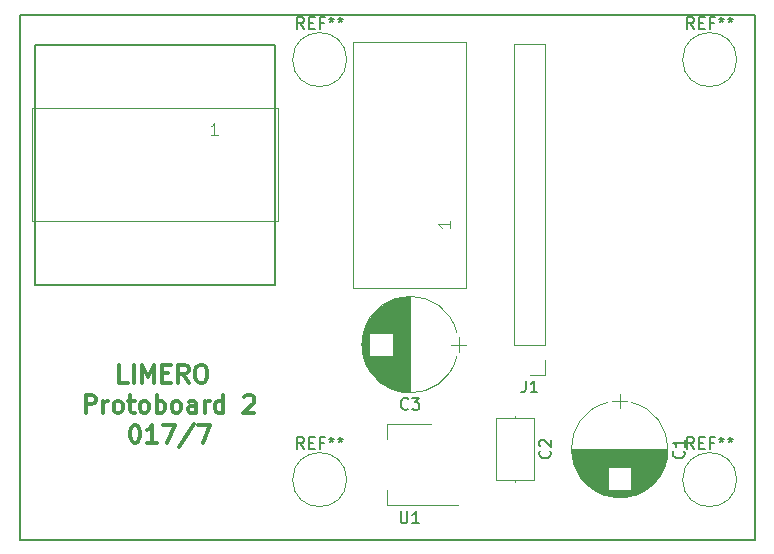
<source format=gto>
G04 #@! TF.FileFunction,Legend,Top*
%FSLAX46Y46*%
G04 Gerber Fmt 4.6, Leading zero omitted, Abs format (unit mm)*
G04 Created by KiCad (PCBNEW 4.0.7-e0-6372~58~ubuntu16.10.1) date Fri Jul 21 11:45:41 2017*
%MOMM*%
%LPD*%
G01*
G04 APERTURE LIST*
%ADD10C,0.100000*%
%ADD11C,0.300000*%
%ADD12C,0.200000*%
%ADD13C,0.120000*%
%ADD14C,0.150000*%
G04 APERTURE END LIST*
D10*
D11*
X153944286Y-109888571D02*
X153230000Y-109888571D01*
X153230000Y-108388571D01*
X154444286Y-109888571D02*
X154444286Y-108388571D01*
X155158572Y-109888571D02*
X155158572Y-108388571D01*
X155658572Y-109460000D01*
X156158572Y-108388571D01*
X156158572Y-109888571D01*
X156872858Y-109102857D02*
X157372858Y-109102857D01*
X157587144Y-109888571D02*
X156872858Y-109888571D01*
X156872858Y-108388571D01*
X157587144Y-108388571D01*
X159087144Y-109888571D02*
X158587144Y-109174286D01*
X158230001Y-109888571D02*
X158230001Y-108388571D01*
X158801429Y-108388571D01*
X158944287Y-108460000D01*
X159015715Y-108531429D01*
X159087144Y-108674286D01*
X159087144Y-108888571D01*
X159015715Y-109031429D01*
X158944287Y-109102857D01*
X158801429Y-109174286D01*
X158230001Y-109174286D01*
X160015715Y-108388571D02*
X160301429Y-108388571D01*
X160444287Y-108460000D01*
X160587144Y-108602857D01*
X160658572Y-108888571D01*
X160658572Y-109388571D01*
X160587144Y-109674286D01*
X160444287Y-109817143D01*
X160301429Y-109888571D01*
X160015715Y-109888571D01*
X159872858Y-109817143D01*
X159730001Y-109674286D01*
X159658572Y-109388571D01*
X159658572Y-108888571D01*
X159730001Y-108602857D01*
X159872858Y-108460000D01*
X160015715Y-108388571D01*
X150372858Y-112438571D02*
X150372858Y-110938571D01*
X150944286Y-110938571D01*
X151087144Y-111010000D01*
X151158572Y-111081429D01*
X151230001Y-111224286D01*
X151230001Y-111438571D01*
X151158572Y-111581429D01*
X151087144Y-111652857D01*
X150944286Y-111724286D01*
X150372858Y-111724286D01*
X151872858Y-112438571D02*
X151872858Y-111438571D01*
X151872858Y-111724286D02*
X151944286Y-111581429D01*
X152015715Y-111510000D01*
X152158572Y-111438571D01*
X152301429Y-111438571D01*
X153015715Y-112438571D02*
X152872857Y-112367143D01*
X152801429Y-112295714D01*
X152730000Y-112152857D01*
X152730000Y-111724286D01*
X152801429Y-111581429D01*
X152872857Y-111510000D01*
X153015715Y-111438571D01*
X153230000Y-111438571D01*
X153372857Y-111510000D01*
X153444286Y-111581429D01*
X153515715Y-111724286D01*
X153515715Y-112152857D01*
X153444286Y-112295714D01*
X153372857Y-112367143D01*
X153230000Y-112438571D01*
X153015715Y-112438571D01*
X153944286Y-111438571D02*
X154515715Y-111438571D01*
X154158572Y-110938571D02*
X154158572Y-112224286D01*
X154230000Y-112367143D01*
X154372858Y-112438571D01*
X154515715Y-112438571D01*
X155230001Y-112438571D02*
X155087143Y-112367143D01*
X155015715Y-112295714D01*
X154944286Y-112152857D01*
X154944286Y-111724286D01*
X155015715Y-111581429D01*
X155087143Y-111510000D01*
X155230001Y-111438571D01*
X155444286Y-111438571D01*
X155587143Y-111510000D01*
X155658572Y-111581429D01*
X155730001Y-111724286D01*
X155730001Y-112152857D01*
X155658572Y-112295714D01*
X155587143Y-112367143D01*
X155444286Y-112438571D01*
X155230001Y-112438571D01*
X156372858Y-112438571D02*
X156372858Y-110938571D01*
X156372858Y-111510000D02*
X156515715Y-111438571D01*
X156801429Y-111438571D01*
X156944286Y-111510000D01*
X157015715Y-111581429D01*
X157087144Y-111724286D01*
X157087144Y-112152857D01*
X157015715Y-112295714D01*
X156944286Y-112367143D01*
X156801429Y-112438571D01*
X156515715Y-112438571D01*
X156372858Y-112367143D01*
X157944287Y-112438571D02*
X157801429Y-112367143D01*
X157730001Y-112295714D01*
X157658572Y-112152857D01*
X157658572Y-111724286D01*
X157730001Y-111581429D01*
X157801429Y-111510000D01*
X157944287Y-111438571D01*
X158158572Y-111438571D01*
X158301429Y-111510000D01*
X158372858Y-111581429D01*
X158444287Y-111724286D01*
X158444287Y-112152857D01*
X158372858Y-112295714D01*
X158301429Y-112367143D01*
X158158572Y-112438571D01*
X157944287Y-112438571D01*
X159730001Y-112438571D02*
X159730001Y-111652857D01*
X159658572Y-111510000D01*
X159515715Y-111438571D01*
X159230001Y-111438571D01*
X159087144Y-111510000D01*
X159730001Y-112367143D02*
X159587144Y-112438571D01*
X159230001Y-112438571D01*
X159087144Y-112367143D01*
X159015715Y-112224286D01*
X159015715Y-112081429D01*
X159087144Y-111938571D01*
X159230001Y-111867143D01*
X159587144Y-111867143D01*
X159730001Y-111795714D01*
X160444287Y-112438571D02*
X160444287Y-111438571D01*
X160444287Y-111724286D02*
X160515715Y-111581429D01*
X160587144Y-111510000D01*
X160730001Y-111438571D01*
X160872858Y-111438571D01*
X162015715Y-112438571D02*
X162015715Y-110938571D01*
X162015715Y-112367143D02*
X161872858Y-112438571D01*
X161587144Y-112438571D01*
X161444286Y-112367143D01*
X161372858Y-112295714D01*
X161301429Y-112152857D01*
X161301429Y-111724286D01*
X161372858Y-111581429D01*
X161444286Y-111510000D01*
X161587144Y-111438571D01*
X161872858Y-111438571D01*
X162015715Y-111510000D01*
X163801429Y-111081429D02*
X163872858Y-111010000D01*
X164015715Y-110938571D01*
X164372858Y-110938571D01*
X164515715Y-111010000D01*
X164587144Y-111081429D01*
X164658572Y-111224286D01*
X164658572Y-111367143D01*
X164587144Y-111581429D01*
X163730001Y-112438571D01*
X164658572Y-112438571D01*
X154480001Y-113488571D02*
X154622858Y-113488571D01*
X154765715Y-113560000D01*
X154837144Y-113631429D01*
X154908573Y-113774286D01*
X154980001Y-114060000D01*
X154980001Y-114417143D01*
X154908573Y-114702857D01*
X154837144Y-114845714D01*
X154765715Y-114917143D01*
X154622858Y-114988571D01*
X154480001Y-114988571D01*
X154337144Y-114917143D01*
X154265715Y-114845714D01*
X154194287Y-114702857D01*
X154122858Y-114417143D01*
X154122858Y-114060000D01*
X154194287Y-113774286D01*
X154265715Y-113631429D01*
X154337144Y-113560000D01*
X154480001Y-113488571D01*
X156408572Y-114988571D02*
X155551429Y-114988571D01*
X155980001Y-114988571D02*
X155980001Y-113488571D01*
X155837144Y-113702857D01*
X155694286Y-113845714D01*
X155551429Y-113917143D01*
X156908572Y-113488571D02*
X157908572Y-113488571D01*
X157265715Y-114988571D01*
X159551428Y-113417143D02*
X158265714Y-115345714D01*
X159908572Y-113488571D02*
X160908572Y-113488571D01*
X160265715Y-114988571D01*
D12*
X207010000Y-123190000D02*
X207010000Y-78740000D01*
X144780000Y-123190000D02*
X207010000Y-123190000D01*
X144780000Y-78740000D02*
X144780000Y-123190000D01*
X207010000Y-78740000D02*
X144780000Y-78740000D01*
D13*
X172466000Y-118110000D02*
G75*
G03X172466000Y-118110000I-2286000J0D01*
G01*
X172466000Y-82550000D02*
G75*
G03X172466000Y-82550000I-2286000J0D01*
G01*
X205486000Y-82550000D02*
G75*
G03X205486000Y-82550000I-2286000J0D01*
G01*
X188300000Y-112900000D02*
X185080000Y-112900000D01*
X185080000Y-112900000D02*
X185080000Y-118120000D01*
X185080000Y-118120000D02*
X188300000Y-118120000D01*
X188300000Y-118120000D02*
X188300000Y-112900000D01*
X186690000Y-112740000D02*
X186690000Y-112900000D01*
X186690000Y-118280000D02*
X186690000Y-118120000D01*
X173000000Y-101850000D02*
X173000000Y-81030000D01*
X173000000Y-81030000D02*
X182600000Y-81030000D01*
X182600000Y-81030000D02*
X182600000Y-101850000D01*
X182600000Y-101850000D02*
X173000000Y-101850000D01*
D14*
X166370000Y-101600000D02*
X166370000Y-81280000D01*
X166370000Y-81280000D02*
X146050000Y-81280000D01*
X146050000Y-81280000D02*
X146050000Y-101600000D01*
X146050000Y-101600000D02*
X166370000Y-101600000D01*
D13*
X166620000Y-96240000D02*
X145800000Y-96240000D01*
X145800000Y-96240000D02*
X145800000Y-86640000D01*
X145800000Y-86640000D02*
X166620000Y-86640000D01*
X166620000Y-86640000D02*
X166620000Y-96240000D01*
X189290000Y-81220000D02*
X186630000Y-81220000D01*
X189290000Y-106680000D02*
X189290000Y-81220000D01*
X186630000Y-106680000D02*
X186630000Y-81220000D01*
X189290000Y-106680000D02*
X186630000Y-106680000D01*
X189290000Y-107950000D02*
X189290000Y-109280000D01*
X189290000Y-109280000D02*
X187960000Y-109280000D01*
X175890000Y-113430000D02*
X175890000Y-114690000D01*
X175890000Y-120250000D02*
X175890000Y-118990000D01*
X179650000Y-113430000D02*
X175890000Y-113430000D01*
X181900000Y-120250000D02*
X175890000Y-120250000D01*
X177840000Y-110730000D02*
X177840000Y-102630000D01*
X177800000Y-110730000D02*
X177800000Y-102630000D01*
X177760000Y-110730000D02*
X177760000Y-102630000D01*
X177720000Y-110729000D02*
X177720000Y-102631000D01*
X177680000Y-110727000D02*
X177680000Y-102633000D01*
X177640000Y-110726000D02*
X177640000Y-102634000D01*
X177600000Y-110723000D02*
X177600000Y-102637000D01*
X177560000Y-110721000D02*
X177560000Y-102639000D01*
X177520000Y-110718000D02*
X177520000Y-102642000D01*
X177480000Y-110715000D02*
X177480000Y-102645000D01*
X177440000Y-110711000D02*
X177440000Y-102649000D01*
X177400000Y-110707000D02*
X177400000Y-102653000D01*
X177360000Y-110702000D02*
X177360000Y-102658000D01*
X177320000Y-110697000D02*
X177320000Y-102663000D01*
X177280000Y-110692000D02*
X177280000Y-102668000D01*
X177240000Y-110686000D02*
X177240000Y-102674000D01*
X177200000Y-110680000D02*
X177200000Y-102680000D01*
X177160000Y-110674000D02*
X177160000Y-102686000D01*
X177119000Y-110667000D02*
X177119000Y-102693000D01*
X177079000Y-110659000D02*
X177079000Y-102701000D01*
X177039000Y-110651000D02*
X177039000Y-102709000D01*
X176999000Y-110643000D02*
X176999000Y-102717000D01*
X176959000Y-110635000D02*
X176959000Y-102725000D01*
X176919000Y-110626000D02*
X176919000Y-102734000D01*
X176879000Y-110616000D02*
X176879000Y-102744000D01*
X176839000Y-110606000D02*
X176839000Y-102754000D01*
X176799000Y-110596000D02*
X176799000Y-102764000D01*
X176759000Y-110585000D02*
X176759000Y-102775000D01*
X176719000Y-110574000D02*
X176719000Y-102786000D01*
X176679000Y-110563000D02*
X176679000Y-102797000D01*
X176639000Y-110550000D02*
X176639000Y-102810000D01*
X176599000Y-110538000D02*
X176599000Y-102822000D01*
X176559000Y-110525000D02*
X176559000Y-102835000D01*
X176519000Y-110512000D02*
X176519000Y-102848000D01*
X176479000Y-110498000D02*
X176479000Y-102862000D01*
X176439000Y-110483000D02*
X176439000Y-102877000D01*
X176399000Y-110469000D02*
X176399000Y-102891000D01*
X176359000Y-110453000D02*
X176359000Y-102907000D01*
X176319000Y-110438000D02*
X176319000Y-107660000D01*
X176319000Y-105700000D02*
X176319000Y-102922000D01*
X176279000Y-110421000D02*
X176279000Y-107660000D01*
X176279000Y-105700000D02*
X176279000Y-102939000D01*
X176239000Y-110405000D02*
X176239000Y-107660000D01*
X176239000Y-105700000D02*
X176239000Y-102955000D01*
X176199000Y-110387000D02*
X176199000Y-107660000D01*
X176199000Y-105700000D02*
X176199000Y-102973000D01*
X176159000Y-110370000D02*
X176159000Y-107660000D01*
X176159000Y-105700000D02*
X176159000Y-102990000D01*
X176119000Y-110351000D02*
X176119000Y-107660000D01*
X176119000Y-105700000D02*
X176119000Y-103009000D01*
X176079000Y-110332000D02*
X176079000Y-107660000D01*
X176079000Y-105700000D02*
X176079000Y-103028000D01*
X176039000Y-110313000D02*
X176039000Y-107660000D01*
X176039000Y-105700000D02*
X176039000Y-103047000D01*
X175999000Y-110293000D02*
X175999000Y-107660000D01*
X175999000Y-105700000D02*
X175999000Y-103067000D01*
X175959000Y-110273000D02*
X175959000Y-107660000D01*
X175959000Y-105700000D02*
X175959000Y-103087000D01*
X175919000Y-110252000D02*
X175919000Y-107660000D01*
X175919000Y-105700000D02*
X175919000Y-103108000D01*
X175879000Y-110230000D02*
X175879000Y-107660000D01*
X175879000Y-105700000D02*
X175879000Y-103130000D01*
X175839000Y-110208000D02*
X175839000Y-107660000D01*
X175839000Y-105700000D02*
X175839000Y-103152000D01*
X175799000Y-110185000D02*
X175799000Y-107660000D01*
X175799000Y-105700000D02*
X175799000Y-103175000D01*
X175759000Y-110162000D02*
X175759000Y-107660000D01*
X175759000Y-105700000D02*
X175759000Y-103198000D01*
X175719000Y-110138000D02*
X175719000Y-107660000D01*
X175719000Y-105700000D02*
X175719000Y-103222000D01*
X175679000Y-110114000D02*
X175679000Y-107660000D01*
X175679000Y-105700000D02*
X175679000Y-103246000D01*
X175639000Y-110088000D02*
X175639000Y-107660000D01*
X175639000Y-105700000D02*
X175639000Y-103272000D01*
X175599000Y-110063000D02*
X175599000Y-107660000D01*
X175599000Y-105700000D02*
X175599000Y-103297000D01*
X175559000Y-110036000D02*
X175559000Y-107660000D01*
X175559000Y-105700000D02*
X175559000Y-103324000D01*
X175519000Y-110009000D02*
X175519000Y-107660000D01*
X175519000Y-105700000D02*
X175519000Y-103351000D01*
X175479000Y-109981000D02*
X175479000Y-107660000D01*
X175479000Y-105700000D02*
X175479000Y-103379000D01*
X175439000Y-109952000D02*
X175439000Y-107660000D01*
X175439000Y-105700000D02*
X175439000Y-103408000D01*
X175399000Y-109923000D02*
X175399000Y-107660000D01*
X175399000Y-105700000D02*
X175399000Y-103437000D01*
X175359000Y-109893000D02*
X175359000Y-107660000D01*
X175359000Y-105700000D02*
X175359000Y-103467000D01*
X175319000Y-109862000D02*
X175319000Y-107660000D01*
X175319000Y-105700000D02*
X175319000Y-103498000D01*
X175279000Y-109830000D02*
X175279000Y-107660000D01*
X175279000Y-105700000D02*
X175279000Y-103530000D01*
X175239000Y-109798000D02*
X175239000Y-107660000D01*
X175239000Y-105700000D02*
X175239000Y-103562000D01*
X175199000Y-109764000D02*
X175199000Y-107660000D01*
X175199000Y-105700000D02*
X175199000Y-103596000D01*
X175159000Y-109730000D02*
X175159000Y-107660000D01*
X175159000Y-105700000D02*
X175159000Y-103630000D01*
X175119000Y-109695000D02*
X175119000Y-107660000D01*
X175119000Y-105700000D02*
X175119000Y-103665000D01*
X175079000Y-109659000D02*
X175079000Y-107660000D01*
X175079000Y-105700000D02*
X175079000Y-103701000D01*
X175039000Y-109622000D02*
X175039000Y-107660000D01*
X175039000Y-105700000D02*
X175039000Y-103738000D01*
X174999000Y-109584000D02*
X174999000Y-107660000D01*
X174999000Y-105700000D02*
X174999000Y-103776000D01*
X174959000Y-109545000D02*
X174959000Y-107660000D01*
X174959000Y-105700000D02*
X174959000Y-103815000D01*
X174919000Y-109504000D02*
X174919000Y-107660000D01*
X174919000Y-105700000D02*
X174919000Y-103856000D01*
X174879000Y-109463000D02*
X174879000Y-107660000D01*
X174879000Y-105700000D02*
X174879000Y-103897000D01*
X174839000Y-109420000D02*
X174839000Y-107660000D01*
X174839000Y-105700000D02*
X174839000Y-103940000D01*
X174799000Y-109377000D02*
X174799000Y-107660000D01*
X174799000Y-105700000D02*
X174799000Y-103983000D01*
X174759000Y-109332000D02*
X174759000Y-107660000D01*
X174759000Y-105700000D02*
X174759000Y-104028000D01*
X174719000Y-109285000D02*
X174719000Y-107660000D01*
X174719000Y-105700000D02*
X174719000Y-104075000D01*
X174679000Y-109237000D02*
X174679000Y-107660000D01*
X174679000Y-105700000D02*
X174679000Y-104123000D01*
X174639000Y-109188000D02*
X174639000Y-107660000D01*
X174639000Y-105700000D02*
X174639000Y-104172000D01*
X174599000Y-109137000D02*
X174599000Y-107660000D01*
X174599000Y-105700000D02*
X174599000Y-104223000D01*
X174559000Y-109084000D02*
X174559000Y-107660000D01*
X174559000Y-105700000D02*
X174559000Y-104276000D01*
X174519000Y-109029000D02*
X174519000Y-107660000D01*
X174519000Y-105700000D02*
X174519000Y-104331000D01*
X174479000Y-108973000D02*
X174479000Y-107660000D01*
X174479000Y-105700000D02*
X174479000Y-104387000D01*
X174439000Y-108914000D02*
X174439000Y-107660000D01*
X174439000Y-105700000D02*
X174439000Y-104446000D01*
X174399000Y-108853000D02*
X174399000Y-107660000D01*
X174399000Y-105700000D02*
X174399000Y-104507000D01*
X174359000Y-108789000D02*
X174359000Y-104571000D01*
X174319000Y-108723000D02*
X174319000Y-104637000D01*
X174279000Y-108654000D02*
X174279000Y-104706000D01*
X174239000Y-108582000D02*
X174239000Y-104778000D01*
X174199000Y-108506000D02*
X174199000Y-104854000D01*
X174159000Y-108425000D02*
X174159000Y-104935000D01*
X174119000Y-108340000D02*
X174119000Y-105020000D01*
X174079000Y-108250000D02*
X174079000Y-105110000D01*
X174039000Y-108153000D02*
X174039000Y-105207000D01*
X173999000Y-108049000D02*
X173999000Y-105311000D01*
X173959000Y-107934000D02*
X173959000Y-105426000D01*
X173919000Y-107807000D02*
X173919000Y-105553000D01*
X173879000Y-107663000D02*
X173879000Y-105697000D01*
X173839000Y-107494000D02*
X173839000Y-105866000D01*
X173799000Y-107278000D02*
X173799000Y-106082000D01*
X173759000Y-106926000D02*
X173759000Y-106434000D01*
X182540000Y-106680000D02*
X181340000Y-106680000D01*
X181940000Y-107330000D02*
X181940000Y-106030000D01*
X173868684Y-107658135D02*
G75*
G03X181810856Y-107660000I3971316J978135D01*
G01*
X173868684Y-105701865D02*
G75*
G02X181810856Y-105700000I3971316J-978135D01*
G01*
X173868684Y-105701865D02*
G75*
G03X173869144Y-107660000I3971316J-978135D01*
G01*
X199630000Y-115530000D02*
X191530000Y-115530000D01*
X199630000Y-115570000D02*
X191530000Y-115570000D01*
X199630000Y-115610000D02*
X191530000Y-115610000D01*
X199629000Y-115650000D02*
X191531000Y-115650000D01*
X199627000Y-115690000D02*
X191533000Y-115690000D01*
X199626000Y-115730000D02*
X191534000Y-115730000D01*
X199623000Y-115770000D02*
X191537000Y-115770000D01*
X199621000Y-115810000D02*
X191539000Y-115810000D01*
X199618000Y-115850000D02*
X191542000Y-115850000D01*
X199615000Y-115890000D02*
X191545000Y-115890000D01*
X199611000Y-115930000D02*
X191549000Y-115930000D01*
X199607000Y-115970000D02*
X191553000Y-115970000D01*
X199602000Y-116010000D02*
X191558000Y-116010000D01*
X199597000Y-116050000D02*
X191563000Y-116050000D01*
X199592000Y-116090000D02*
X191568000Y-116090000D01*
X199586000Y-116130000D02*
X191574000Y-116130000D01*
X199580000Y-116170000D02*
X191580000Y-116170000D01*
X199574000Y-116210000D02*
X191586000Y-116210000D01*
X199567000Y-116251000D02*
X191593000Y-116251000D01*
X199559000Y-116291000D02*
X191601000Y-116291000D01*
X199551000Y-116331000D02*
X191609000Y-116331000D01*
X199543000Y-116371000D02*
X191617000Y-116371000D01*
X199535000Y-116411000D02*
X191625000Y-116411000D01*
X199526000Y-116451000D02*
X191634000Y-116451000D01*
X199516000Y-116491000D02*
X191644000Y-116491000D01*
X199506000Y-116531000D02*
X191654000Y-116531000D01*
X199496000Y-116571000D02*
X191664000Y-116571000D01*
X199485000Y-116611000D02*
X191675000Y-116611000D01*
X199474000Y-116651000D02*
X191686000Y-116651000D01*
X199463000Y-116691000D02*
X191697000Y-116691000D01*
X199450000Y-116731000D02*
X191710000Y-116731000D01*
X199438000Y-116771000D02*
X191722000Y-116771000D01*
X199425000Y-116811000D02*
X191735000Y-116811000D01*
X199412000Y-116851000D02*
X191748000Y-116851000D01*
X199398000Y-116891000D02*
X191762000Y-116891000D01*
X199383000Y-116931000D02*
X191777000Y-116931000D01*
X199369000Y-116971000D02*
X191791000Y-116971000D01*
X199353000Y-117011000D02*
X191807000Y-117011000D01*
X199338000Y-117051000D02*
X196560000Y-117051000D01*
X194600000Y-117051000D02*
X191822000Y-117051000D01*
X199321000Y-117091000D02*
X196560000Y-117091000D01*
X194600000Y-117091000D02*
X191839000Y-117091000D01*
X199305000Y-117131000D02*
X196560000Y-117131000D01*
X194600000Y-117131000D02*
X191855000Y-117131000D01*
X199287000Y-117171000D02*
X196560000Y-117171000D01*
X194600000Y-117171000D02*
X191873000Y-117171000D01*
X199270000Y-117211000D02*
X196560000Y-117211000D01*
X194600000Y-117211000D02*
X191890000Y-117211000D01*
X199251000Y-117251000D02*
X196560000Y-117251000D01*
X194600000Y-117251000D02*
X191909000Y-117251000D01*
X199232000Y-117291000D02*
X196560000Y-117291000D01*
X194600000Y-117291000D02*
X191928000Y-117291000D01*
X199213000Y-117331000D02*
X196560000Y-117331000D01*
X194600000Y-117331000D02*
X191947000Y-117331000D01*
X199193000Y-117371000D02*
X196560000Y-117371000D01*
X194600000Y-117371000D02*
X191967000Y-117371000D01*
X199173000Y-117411000D02*
X196560000Y-117411000D01*
X194600000Y-117411000D02*
X191987000Y-117411000D01*
X199152000Y-117451000D02*
X196560000Y-117451000D01*
X194600000Y-117451000D02*
X192008000Y-117451000D01*
X199130000Y-117491000D02*
X196560000Y-117491000D01*
X194600000Y-117491000D02*
X192030000Y-117491000D01*
X199108000Y-117531000D02*
X196560000Y-117531000D01*
X194600000Y-117531000D02*
X192052000Y-117531000D01*
X199085000Y-117571000D02*
X196560000Y-117571000D01*
X194600000Y-117571000D02*
X192075000Y-117571000D01*
X199062000Y-117611000D02*
X196560000Y-117611000D01*
X194600000Y-117611000D02*
X192098000Y-117611000D01*
X199038000Y-117651000D02*
X196560000Y-117651000D01*
X194600000Y-117651000D02*
X192122000Y-117651000D01*
X199014000Y-117691000D02*
X196560000Y-117691000D01*
X194600000Y-117691000D02*
X192146000Y-117691000D01*
X198988000Y-117731000D02*
X196560000Y-117731000D01*
X194600000Y-117731000D02*
X192172000Y-117731000D01*
X198963000Y-117771000D02*
X196560000Y-117771000D01*
X194600000Y-117771000D02*
X192197000Y-117771000D01*
X198936000Y-117811000D02*
X196560000Y-117811000D01*
X194600000Y-117811000D02*
X192224000Y-117811000D01*
X198909000Y-117851000D02*
X196560000Y-117851000D01*
X194600000Y-117851000D02*
X192251000Y-117851000D01*
X198881000Y-117891000D02*
X196560000Y-117891000D01*
X194600000Y-117891000D02*
X192279000Y-117891000D01*
X198852000Y-117931000D02*
X196560000Y-117931000D01*
X194600000Y-117931000D02*
X192308000Y-117931000D01*
X198823000Y-117971000D02*
X196560000Y-117971000D01*
X194600000Y-117971000D02*
X192337000Y-117971000D01*
X198793000Y-118011000D02*
X196560000Y-118011000D01*
X194600000Y-118011000D02*
X192367000Y-118011000D01*
X198762000Y-118051000D02*
X196560000Y-118051000D01*
X194600000Y-118051000D02*
X192398000Y-118051000D01*
X198730000Y-118091000D02*
X196560000Y-118091000D01*
X194600000Y-118091000D02*
X192430000Y-118091000D01*
X198698000Y-118131000D02*
X196560000Y-118131000D01*
X194600000Y-118131000D02*
X192462000Y-118131000D01*
X198664000Y-118171000D02*
X196560000Y-118171000D01*
X194600000Y-118171000D02*
X192496000Y-118171000D01*
X198630000Y-118211000D02*
X196560000Y-118211000D01*
X194600000Y-118211000D02*
X192530000Y-118211000D01*
X198595000Y-118251000D02*
X196560000Y-118251000D01*
X194600000Y-118251000D02*
X192565000Y-118251000D01*
X198559000Y-118291000D02*
X196560000Y-118291000D01*
X194600000Y-118291000D02*
X192601000Y-118291000D01*
X198522000Y-118331000D02*
X196560000Y-118331000D01*
X194600000Y-118331000D02*
X192638000Y-118331000D01*
X198484000Y-118371000D02*
X196560000Y-118371000D01*
X194600000Y-118371000D02*
X192676000Y-118371000D01*
X198445000Y-118411000D02*
X196560000Y-118411000D01*
X194600000Y-118411000D02*
X192715000Y-118411000D01*
X198404000Y-118451000D02*
X196560000Y-118451000D01*
X194600000Y-118451000D02*
X192756000Y-118451000D01*
X198363000Y-118491000D02*
X196560000Y-118491000D01*
X194600000Y-118491000D02*
X192797000Y-118491000D01*
X198320000Y-118531000D02*
X196560000Y-118531000D01*
X194600000Y-118531000D02*
X192840000Y-118531000D01*
X198277000Y-118571000D02*
X196560000Y-118571000D01*
X194600000Y-118571000D02*
X192883000Y-118571000D01*
X198232000Y-118611000D02*
X196560000Y-118611000D01*
X194600000Y-118611000D02*
X192928000Y-118611000D01*
X198185000Y-118651000D02*
X196560000Y-118651000D01*
X194600000Y-118651000D02*
X192975000Y-118651000D01*
X198137000Y-118691000D02*
X196560000Y-118691000D01*
X194600000Y-118691000D02*
X193023000Y-118691000D01*
X198088000Y-118731000D02*
X196560000Y-118731000D01*
X194600000Y-118731000D02*
X193072000Y-118731000D01*
X198037000Y-118771000D02*
X196560000Y-118771000D01*
X194600000Y-118771000D02*
X193123000Y-118771000D01*
X197984000Y-118811000D02*
X196560000Y-118811000D01*
X194600000Y-118811000D02*
X193176000Y-118811000D01*
X197929000Y-118851000D02*
X196560000Y-118851000D01*
X194600000Y-118851000D02*
X193231000Y-118851000D01*
X197873000Y-118891000D02*
X196560000Y-118891000D01*
X194600000Y-118891000D02*
X193287000Y-118891000D01*
X197814000Y-118931000D02*
X196560000Y-118931000D01*
X194600000Y-118931000D02*
X193346000Y-118931000D01*
X197753000Y-118971000D02*
X196560000Y-118971000D01*
X194600000Y-118971000D02*
X193407000Y-118971000D01*
X197689000Y-119011000D02*
X193471000Y-119011000D01*
X197623000Y-119051000D02*
X193537000Y-119051000D01*
X197554000Y-119091000D02*
X193606000Y-119091000D01*
X197482000Y-119131000D02*
X193678000Y-119131000D01*
X197406000Y-119171000D02*
X193754000Y-119171000D01*
X197325000Y-119211000D02*
X193835000Y-119211000D01*
X197240000Y-119251000D02*
X193920000Y-119251000D01*
X197150000Y-119291000D02*
X194010000Y-119291000D01*
X197053000Y-119331000D02*
X194107000Y-119331000D01*
X196949000Y-119371000D02*
X194211000Y-119371000D01*
X196834000Y-119411000D02*
X194326000Y-119411000D01*
X196707000Y-119451000D02*
X194453000Y-119451000D01*
X196563000Y-119491000D02*
X194597000Y-119491000D01*
X196394000Y-119531000D02*
X194766000Y-119531000D01*
X196178000Y-119571000D02*
X194982000Y-119571000D01*
X195826000Y-119611000D02*
X195334000Y-119611000D01*
X195580000Y-110830000D02*
X195580000Y-112030000D01*
X196230000Y-111430000D02*
X194930000Y-111430000D01*
X196558135Y-119501316D02*
G75*
G03X196560000Y-111559144I-978135J3971316D01*
G01*
X194601865Y-119501316D02*
G75*
G02X194600000Y-111559144I978135J3971316D01*
G01*
X194601865Y-119501316D02*
G75*
G03X196560000Y-119500856I978135J3971316D01*
G01*
X205486000Y-118110000D02*
G75*
G03X205486000Y-118110000I-2286000J0D01*
G01*
D14*
X168846667Y-115514381D02*
X168513333Y-115038190D01*
X168275238Y-115514381D02*
X168275238Y-114514381D01*
X168656191Y-114514381D01*
X168751429Y-114562000D01*
X168799048Y-114609619D01*
X168846667Y-114704857D01*
X168846667Y-114847714D01*
X168799048Y-114942952D01*
X168751429Y-114990571D01*
X168656191Y-115038190D01*
X168275238Y-115038190D01*
X169275238Y-114990571D02*
X169608572Y-114990571D01*
X169751429Y-115514381D02*
X169275238Y-115514381D01*
X169275238Y-114514381D01*
X169751429Y-114514381D01*
X170513334Y-114990571D02*
X170180000Y-114990571D01*
X170180000Y-115514381D02*
X170180000Y-114514381D01*
X170656191Y-114514381D01*
X171180000Y-114514381D02*
X171180000Y-114752476D01*
X170941905Y-114657238D02*
X171180000Y-114752476D01*
X171418096Y-114657238D01*
X171037143Y-114942952D02*
X171180000Y-114752476D01*
X171322858Y-114942952D01*
X171941905Y-114514381D02*
X171941905Y-114752476D01*
X171703810Y-114657238D02*
X171941905Y-114752476D01*
X172180001Y-114657238D01*
X171799048Y-114942952D02*
X171941905Y-114752476D01*
X172084763Y-114942952D01*
X168846667Y-79954381D02*
X168513333Y-79478190D01*
X168275238Y-79954381D02*
X168275238Y-78954381D01*
X168656191Y-78954381D01*
X168751429Y-79002000D01*
X168799048Y-79049619D01*
X168846667Y-79144857D01*
X168846667Y-79287714D01*
X168799048Y-79382952D01*
X168751429Y-79430571D01*
X168656191Y-79478190D01*
X168275238Y-79478190D01*
X169275238Y-79430571D02*
X169608572Y-79430571D01*
X169751429Y-79954381D02*
X169275238Y-79954381D01*
X169275238Y-78954381D01*
X169751429Y-78954381D01*
X170513334Y-79430571D02*
X170180000Y-79430571D01*
X170180000Y-79954381D02*
X170180000Y-78954381D01*
X170656191Y-78954381D01*
X171180000Y-78954381D02*
X171180000Y-79192476D01*
X170941905Y-79097238D02*
X171180000Y-79192476D01*
X171418096Y-79097238D01*
X171037143Y-79382952D02*
X171180000Y-79192476D01*
X171322858Y-79382952D01*
X171941905Y-78954381D02*
X171941905Y-79192476D01*
X171703810Y-79097238D02*
X171941905Y-79192476D01*
X172180001Y-79097238D01*
X171799048Y-79382952D02*
X171941905Y-79192476D01*
X172084763Y-79382952D01*
X201866667Y-79954381D02*
X201533333Y-79478190D01*
X201295238Y-79954381D02*
X201295238Y-78954381D01*
X201676191Y-78954381D01*
X201771429Y-79002000D01*
X201819048Y-79049619D01*
X201866667Y-79144857D01*
X201866667Y-79287714D01*
X201819048Y-79382952D01*
X201771429Y-79430571D01*
X201676191Y-79478190D01*
X201295238Y-79478190D01*
X202295238Y-79430571D02*
X202628572Y-79430571D01*
X202771429Y-79954381D02*
X202295238Y-79954381D01*
X202295238Y-78954381D01*
X202771429Y-78954381D01*
X203533334Y-79430571D02*
X203200000Y-79430571D01*
X203200000Y-79954381D02*
X203200000Y-78954381D01*
X203676191Y-78954381D01*
X204200000Y-78954381D02*
X204200000Y-79192476D01*
X203961905Y-79097238D02*
X204200000Y-79192476D01*
X204438096Y-79097238D01*
X204057143Y-79382952D02*
X204200000Y-79192476D01*
X204342858Y-79382952D01*
X204961905Y-78954381D02*
X204961905Y-79192476D01*
X204723810Y-79097238D02*
X204961905Y-79192476D01*
X205200001Y-79097238D01*
X204819048Y-79382952D02*
X204961905Y-79192476D01*
X205104763Y-79382952D01*
X189657143Y-115676666D02*
X189704762Y-115724285D01*
X189752381Y-115867142D01*
X189752381Y-115962380D01*
X189704762Y-116105238D01*
X189609524Y-116200476D01*
X189514286Y-116248095D01*
X189323810Y-116295714D01*
X189180952Y-116295714D01*
X188990476Y-116248095D01*
X188895238Y-116200476D01*
X188800000Y-116105238D01*
X188752381Y-115962380D01*
X188752381Y-115867142D01*
X188800000Y-115724285D01*
X188847619Y-115676666D01*
X188847619Y-115295714D02*
X188800000Y-115248095D01*
X188752381Y-115152857D01*
X188752381Y-114914761D01*
X188800000Y-114819523D01*
X188847619Y-114771904D01*
X188942857Y-114724285D01*
X189038095Y-114724285D01*
X189180952Y-114771904D01*
X189752381Y-115343333D01*
X189752381Y-114724285D01*
D13*
X181242381Y-96214285D02*
X181242381Y-96785714D01*
X181242381Y-96500000D02*
X180242381Y-96500000D01*
X180385238Y-96595238D01*
X180480476Y-96690476D01*
X180528095Y-96785714D01*
D14*
D13*
X161555715Y-88902381D02*
X160984286Y-88902381D01*
X161270000Y-88902381D02*
X161270000Y-87902381D01*
X161174762Y-88045238D01*
X161079524Y-88140476D01*
X160984286Y-88188095D01*
D14*
X187626667Y-109732381D02*
X187626667Y-110446667D01*
X187579047Y-110589524D01*
X187483809Y-110684762D01*
X187340952Y-110732381D01*
X187245714Y-110732381D01*
X188626667Y-110732381D02*
X188055238Y-110732381D01*
X188340952Y-110732381D02*
X188340952Y-109732381D01*
X188245714Y-109875238D01*
X188150476Y-109970476D01*
X188055238Y-110018095D01*
X177038095Y-120792381D02*
X177038095Y-121601905D01*
X177085714Y-121697143D01*
X177133333Y-121744762D01*
X177228571Y-121792381D01*
X177419048Y-121792381D01*
X177514286Y-121744762D01*
X177561905Y-121697143D01*
X177609524Y-121601905D01*
X177609524Y-120792381D01*
X178609524Y-121792381D02*
X178038095Y-121792381D01*
X178323809Y-121792381D02*
X178323809Y-120792381D01*
X178228571Y-120935238D01*
X178133333Y-121030476D01*
X178038095Y-121078095D01*
X177673334Y-112097143D02*
X177625715Y-112144762D01*
X177482858Y-112192381D01*
X177387620Y-112192381D01*
X177244762Y-112144762D01*
X177149524Y-112049524D01*
X177101905Y-111954286D01*
X177054286Y-111763810D01*
X177054286Y-111620952D01*
X177101905Y-111430476D01*
X177149524Y-111335238D01*
X177244762Y-111240000D01*
X177387620Y-111192381D01*
X177482858Y-111192381D01*
X177625715Y-111240000D01*
X177673334Y-111287619D01*
X178006667Y-111192381D02*
X178625715Y-111192381D01*
X178292381Y-111573333D01*
X178435239Y-111573333D01*
X178530477Y-111620952D01*
X178578096Y-111668571D01*
X178625715Y-111763810D01*
X178625715Y-112001905D01*
X178578096Y-112097143D01*
X178530477Y-112144762D01*
X178435239Y-112192381D01*
X178149524Y-112192381D01*
X178054286Y-112144762D01*
X178006667Y-112097143D01*
X200997143Y-115696666D02*
X201044762Y-115744285D01*
X201092381Y-115887142D01*
X201092381Y-115982380D01*
X201044762Y-116125238D01*
X200949524Y-116220476D01*
X200854286Y-116268095D01*
X200663810Y-116315714D01*
X200520952Y-116315714D01*
X200330476Y-116268095D01*
X200235238Y-116220476D01*
X200140000Y-116125238D01*
X200092381Y-115982380D01*
X200092381Y-115887142D01*
X200140000Y-115744285D01*
X200187619Y-115696666D01*
X201092381Y-114744285D02*
X201092381Y-115315714D01*
X201092381Y-115030000D02*
X200092381Y-115030000D01*
X200235238Y-115125238D01*
X200330476Y-115220476D01*
X200378095Y-115315714D01*
X201866667Y-115514381D02*
X201533333Y-115038190D01*
X201295238Y-115514381D02*
X201295238Y-114514381D01*
X201676191Y-114514381D01*
X201771429Y-114562000D01*
X201819048Y-114609619D01*
X201866667Y-114704857D01*
X201866667Y-114847714D01*
X201819048Y-114942952D01*
X201771429Y-114990571D01*
X201676191Y-115038190D01*
X201295238Y-115038190D01*
X202295238Y-114990571D02*
X202628572Y-114990571D01*
X202771429Y-115514381D02*
X202295238Y-115514381D01*
X202295238Y-114514381D01*
X202771429Y-114514381D01*
X203533334Y-114990571D02*
X203200000Y-114990571D01*
X203200000Y-115514381D02*
X203200000Y-114514381D01*
X203676191Y-114514381D01*
X204200000Y-114514381D02*
X204200000Y-114752476D01*
X203961905Y-114657238D02*
X204200000Y-114752476D01*
X204438096Y-114657238D01*
X204057143Y-114942952D02*
X204200000Y-114752476D01*
X204342858Y-114942952D01*
X204961905Y-114514381D02*
X204961905Y-114752476D01*
X204723810Y-114657238D02*
X204961905Y-114752476D01*
X205200001Y-114657238D01*
X204819048Y-114942952D02*
X204961905Y-114752476D01*
X205104763Y-114942952D01*
M02*

</source>
